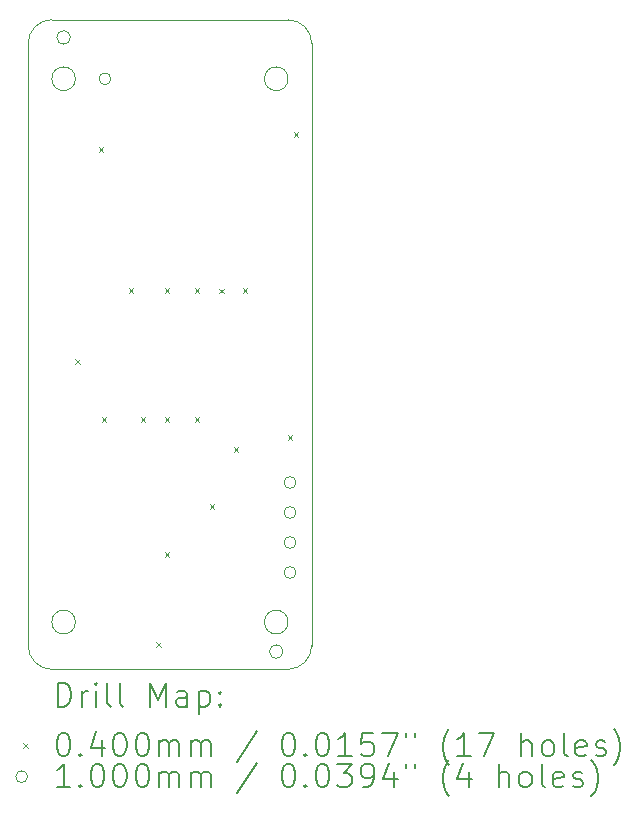
<source format=gbr>
%FSLAX45Y45*%
G04 Gerber Fmt 4.5, Leading zero omitted, Abs format (unit mm)*
G04 Created by KiCad (PCBNEW (6.0.5)) date 2022-05-11 01:06:50*
%MOMM*%
%LPD*%
G01*
G04 APERTURE LIST*
%TA.AperFunction,Profile*%
%ADD10C,0.100000*%
%TD*%
%ADD11C,0.200000*%
%ADD12C,0.040000*%
%ADD13C,0.100000*%
G04 APERTURE END LIST*
D10*
X10357600Y-10150000D02*
G75*
G03*
X10357600Y-10150000I-57600J0D01*
G01*
X12157600Y-15350000D02*
G75*
G03*
X12157600Y-15350000I-57600J0D01*
G01*
X10200000Y-15500000D02*
X12200000Y-15500000D01*
X10700000Y-10500000D02*
G75*
G03*
X10700000Y-10500000I-50000J0D01*
G01*
X12200000Y-10500000D02*
G75*
G03*
X12200000Y-10500000I-100000J0D01*
G01*
X12400000Y-10200000D02*
X12400000Y-15300000D01*
X10400000Y-15100000D02*
G75*
G03*
X10400000Y-15100000I-100000J0D01*
G01*
X12200000Y-15500000D02*
G75*
G03*
X12400000Y-15300000I0J200000D01*
G01*
X10200000Y-10000000D02*
G75*
G03*
X10000000Y-10200000I0J-200000D01*
G01*
X10000000Y-15300000D02*
G75*
G03*
X10200000Y-15500000I200000J0D01*
G01*
X12400000Y-10200000D02*
G75*
G03*
X12200000Y-10000000I-200000J0D01*
G01*
X10400000Y-10500000D02*
G75*
G03*
X10400000Y-10500000I-100000J0D01*
G01*
X10200000Y-10000000D02*
X12200000Y-10000000D01*
X12200000Y-15100000D02*
G75*
G03*
X12200000Y-15100000I-100000J0D01*
G01*
X10000000Y-15300000D02*
X10000000Y-10200000D01*
D11*
D12*
X10400600Y-12876600D02*
X10440600Y-12916600D01*
X10440600Y-12876600D02*
X10400600Y-12916600D01*
X10597200Y-11079800D02*
X10637200Y-11119800D01*
X10637200Y-11079800D02*
X10597200Y-11119800D01*
X10622600Y-13365800D02*
X10662600Y-13405800D01*
X10662600Y-13365800D02*
X10622600Y-13405800D01*
X10851200Y-12273600D02*
X10891200Y-12313600D01*
X10891200Y-12273600D02*
X10851200Y-12313600D01*
X10952800Y-13365800D02*
X10992800Y-13405800D01*
X10992800Y-13365800D02*
X10952800Y-13405800D01*
X11081400Y-15269200D02*
X11121400Y-15309200D01*
X11121400Y-15269200D02*
X11081400Y-15309200D01*
X11154600Y-14507400D02*
X11194600Y-14547400D01*
X11194600Y-14507400D02*
X11154600Y-14547400D01*
X11156000Y-12273600D02*
X11196000Y-12313600D01*
X11196000Y-12273600D02*
X11156000Y-12313600D01*
X11156000Y-13365800D02*
X11196000Y-13405800D01*
X11196000Y-13365800D02*
X11156000Y-13405800D01*
X11410000Y-12273600D02*
X11450000Y-12313600D01*
X11450000Y-12273600D02*
X11410000Y-12313600D01*
X11410000Y-13365800D02*
X11450000Y-13405800D01*
X11450000Y-13365800D02*
X11410000Y-13405800D01*
X11537000Y-14102400D02*
X11577000Y-14142400D01*
X11577000Y-14102400D02*
X11537000Y-14142400D01*
X11617500Y-12277900D02*
X11657500Y-12317900D01*
X11657500Y-12277900D02*
X11617500Y-12317900D01*
X11740200Y-13619800D02*
X11780200Y-13659800D01*
X11780200Y-13619800D02*
X11740200Y-13659800D01*
X11816400Y-12273600D02*
X11856400Y-12313600D01*
X11856400Y-12273600D02*
X11816400Y-12313600D01*
X12197400Y-13518200D02*
X12237400Y-13558200D01*
X12237400Y-13518200D02*
X12197400Y-13558200D01*
X12248200Y-10952800D02*
X12288200Y-10992800D01*
X12288200Y-10952800D02*
X12248200Y-10992800D01*
D13*
X12267400Y-13918200D02*
G75*
G03*
X12267400Y-13918200I-50000J0D01*
G01*
X12267400Y-14172200D02*
G75*
G03*
X12267400Y-14172200I-50000J0D01*
G01*
X12267400Y-14426200D02*
G75*
G03*
X12267400Y-14426200I-50000J0D01*
G01*
X12267400Y-14680200D02*
G75*
G03*
X12267400Y-14680200I-50000J0D01*
G01*
D11*
X10252619Y-15815476D02*
X10252619Y-15615476D01*
X10300238Y-15615476D01*
X10328810Y-15625000D01*
X10347857Y-15644048D01*
X10357381Y-15663095D01*
X10366905Y-15701190D01*
X10366905Y-15729762D01*
X10357381Y-15767857D01*
X10347857Y-15786905D01*
X10328810Y-15805952D01*
X10300238Y-15815476D01*
X10252619Y-15815476D01*
X10452619Y-15815476D02*
X10452619Y-15682143D01*
X10452619Y-15720238D02*
X10462143Y-15701190D01*
X10471667Y-15691667D01*
X10490714Y-15682143D01*
X10509762Y-15682143D01*
X10576429Y-15815476D02*
X10576429Y-15682143D01*
X10576429Y-15615476D02*
X10566905Y-15625000D01*
X10576429Y-15634524D01*
X10585952Y-15625000D01*
X10576429Y-15615476D01*
X10576429Y-15634524D01*
X10700238Y-15815476D02*
X10681190Y-15805952D01*
X10671667Y-15786905D01*
X10671667Y-15615476D01*
X10805000Y-15815476D02*
X10785952Y-15805952D01*
X10776429Y-15786905D01*
X10776429Y-15615476D01*
X11033571Y-15815476D02*
X11033571Y-15615476D01*
X11100238Y-15758333D01*
X11166905Y-15615476D01*
X11166905Y-15815476D01*
X11347857Y-15815476D02*
X11347857Y-15710714D01*
X11338333Y-15691667D01*
X11319286Y-15682143D01*
X11281190Y-15682143D01*
X11262143Y-15691667D01*
X11347857Y-15805952D02*
X11328809Y-15815476D01*
X11281190Y-15815476D01*
X11262143Y-15805952D01*
X11252619Y-15786905D01*
X11252619Y-15767857D01*
X11262143Y-15748809D01*
X11281190Y-15739286D01*
X11328809Y-15739286D01*
X11347857Y-15729762D01*
X11443095Y-15682143D02*
X11443095Y-15882143D01*
X11443095Y-15691667D02*
X11462143Y-15682143D01*
X11500238Y-15682143D01*
X11519286Y-15691667D01*
X11528809Y-15701190D01*
X11538333Y-15720238D01*
X11538333Y-15777381D01*
X11528809Y-15796428D01*
X11519286Y-15805952D01*
X11500238Y-15815476D01*
X11462143Y-15815476D01*
X11443095Y-15805952D01*
X11624048Y-15796428D02*
X11633571Y-15805952D01*
X11624048Y-15815476D01*
X11614524Y-15805952D01*
X11624048Y-15796428D01*
X11624048Y-15815476D01*
X11624048Y-15691667D02*
X11633571Y-15701190D01*
X11624048Y-15710714D01*
X11614524Y-15701190D01*
X11624048Y-15691667D01*
X11624048Y-15710714D01*
D12*
X9955000Y-16125000D02*
X9995000Y-16165000D01*
X9995000Y-16125000D02*
X9955000Y-16165000D01*
D11*
X10290714Y-16035476D02*
X10309762Y-16035476D01*
X10328810Y-16045000D01*
X10338333Y-16054524D01*
X10347857Y-16073571D01*
X10357381Y-16111667D01*
X10357381Y-16159286D01*
X10347857Y-16197381D01*
X10338333Y-16216428D01*
X10328810Y-16225952D01*
X10309762Y-16235476D01*
X10290714Y-16235476D01*
X10271667Y-16225952D01*
X10262143Y-16216428D01*
X10252619Y-16197381D01*
X10243095Y-16159286D01*
X10243095Y-16111667D01*
X10252619Y-16073571D01*
X10262143Y-16054524D01*
X10271667Y-16045000D01*
X10290714Y-16035476D01*
X10443095Y-16216428D02*
X10452619Y-16225952D01*
X10443095Y-16235476D01*
X10433571Y-16225952D01*
X10443095Y-16216428D01*
X10443095Y-16235476D01*
X10624048Y-16102143D02*
X10624048Y-16235476D01*
X10576429Y-16025952D02*
X10528810Y-16168809D01*
X10652619Y-16168809D01*
X10766905Y-16035476D02*
X10785952Y-16035476D01*
X10805000Y-16045000D01*
X10814524Y-16054524D01*
X10824048Y-16073571D01*
X10833571Y-16111667D01*
X10833571Y-16159286D01*
X10824048Y-16197381D01*
X10814524Y-16216428D01*
X10805000Y-16225952D01*
X10785952Y-16235476D01*
X10766905Y-16235476D01*
X10747857Y-16225952D01*
X10738333Y-16216428D01*
X10728810Y-16197381D01*
X10719286Y-16159286D01*
X10719286Y-16111667D01*
X10728810Y-16073571D01*
X10738333Y-16054524D01*
X10747857Y-16045000D01*
X10766905Y-16035476D01*
X10957381Y-16035476D02*
X10976429Y-16035476D01*
X10995476Y-16045000D01*
X11005000Y-16054524D01*
X11014524Y-16073571D01*
X11024048Y-16111667D01*
X11024048Y-16159286D01*
X11014524Y-16197381D01*
X11005000Y-16216428D01*
X10995476Y-16225952D01*
X10976429Y-16235476D01*
X10957381Y-16235476D01*
X10938333Y-16225952D01*
X10928810Y-16216428D01*
X10919286Y-16197381D01*
X10909762Y-16159286D01*
X10909762Y-16111667D01*
X10919286Y-16073571D01*
X10928810Y-16054524D01*
X10938333Y-16045000D01*
X10957381Y-16035476D01*
X11109762Y-16235476D02*
X11109762Y-16102143D01*
X11109762Y-16121190D02*
X11119286Y-16111667D01*
X11138333Y-16102143D01*
X11166905Y-16102143D01*
X11185952Y-16111667D01*
X11195476Y-16130714D01*
X11195476Y-16235476D01*
X11195476Y-16130714D02*
X11205000Y-16111667D01*
X11224048Y-16102143D01*
X11252619Y-16102143D01*
X11271667Y-16111667D01*
X11281190Y-16130714D01*
X11281190Y-16235476D01*
X11376428Y-16235476D02*
X11376428Y-16102143D01*
X11376428Y-16121190D02*
X11385952Y-16111667D01*
X11405000Y-16102143D01*
X11433571Y-16102143D01*
X11452619Y-16111667D01*
X11462143Y-16130714D01*
X11462143Y-16235476D01*
X11462143Y-16130714D02*
X11471667Y-16111667D01*
X11490714Y-16102143D01*
X11519286Y-16102143D01*
X11538333Y-16111667D01*
X11547857Y-16130714D01*
X11547857Y-16235476D01*
X11938333Y-16025952D02*
X11766905Y-16283095D01*
X12195476Y-16035476D02*
X12214524Y-16035476D01*
X12233571Y-16045000D01*
X12243095Y-16054524D01*
X12252619Y-16073571D01*
X12262143Y-16111667D01*
X12262143Y-16159286D01*
X12252619Y-16197381D01*
X12243095Y-16216428D01*
X12233571Y-16225952D01*
X12214524Y-16235476D01*
X12195476Y-16235476D01*
X12176428Y-16225952D01*
X12166905Y-16216428D01*
X12157381Y-16197381D01*
X12147857Y-16159286D01*
X12147857Y-16111667D01*
X12157381Y-16073571D01*
X12166905Y-16054524D01*
X12176428Y-16045000D01*
X12195476Y-16035476D01*
X12347857Y-16216428D02*
X12357381Y-16225952D01*
X12347857Y-16235476D01*
X12338333Y-16225952D01*
X12347857Y-16216428D01*
X12347857Y-16235476D01*
X12481190Y-16035476D02*
X12500238Y-16035476D01*
X12519286Y-16045000D01*
X12528809Y-16054524D01*
X12538333Y-16073571D01*
X12547857Y-16111667D01*
X12547857Y-16159286D01*
X12538333Y-16197381D01*
X12528809Y-16216428D01*
X12519286Y-16225952D01*
X12500238Y-16235476D01*
X12481190Y-16235476D01*
X12462143Y-16225952D01*
X12452619Y-16216428D01*
X12443095Y-16197381D01*
X12433571Y-16159286D01*
X12433571Y-16111667D01*
X12443095Y-16073571D01*
X12452619Y-16054524D01*
X12462143Y-16045000D01*
X12481190Y-16035476D01*
X12738333Y-16235476D02*
X12624048Y-16235476D01*
X12681190Y-16235476D02*
X12681190Y-16035476D01*
X12662143Y-16064048D01*
X12643095Y-16083095D01*
X12624048Y-16092619D01*
X12919286Y-16035476D02*
X12824048Y-16035476D01*
X12814524Y-16130714D01*
X12824048Y-16121190D01*
X12843095Y-16111667D01*
X12890714Y-16111667D01*
X12909762Y-16121190D01*
X12919286Y-16130714D01*
X12928809Y-16149762D01*
X12928809Y-16197381D01*
X12919286Y-16216428D01*
X12909762Y-16225952D01*
X12890714Y-16235476D01*
X12843095Y-16235476D01*
X12824048Y-16225952D01*
X12814524Y-16216428D01*
X12995476Y-16035476D02*
X13128809Y-16035476D01*
X13043095Y-16235476D01*
X13195476Y-16035476D02*
X13195476Y-16073571D01*
X13271667Y-16035476D02*
X13271667Y-16073571D01*
X13566905Y-16311667D02*
X13557381Y-16302143D01*
X13538333Y-16273571D01*
X13528809Y-16254524D01*
X13519286Y-16225952D01*
X13509762Y-16178333D01*
X13509762Y-16140238D01*
X13519286Y-16092619D01*
X13528809Y-16064048D01*
X13538333Y-16045000D01*
X13557381Y-16016428D01*
X13566905Y-16006905D01*
X13747857Y-16235476D02*
X13633571Y-16235476D01*
X13690714Y-16235476D02*
X13690714Y-16035476D01*
X13671667Y-16064048D01*
X13652619Y-16083095D01*
X13633571Y-16092619D01*
X13814524Y-16035476D02*
X13947857Y-16035476D01*
X13862143Y-16235476D01*
X14176428Y-16235476D02*
X14176428Y-16035476D01*
X14262143Y-16235476D02*
X14262143Y-16130714D01*
X14252619Y-16111667D01*
X14233571Y-16102143D01*
X14205000Y-16102143D01*
X14185952Y-16111667D01*
X14176428Y-16121190D01*
X14385952Y-16235476D02*
X14366905Y-16225952D01*
X14357381Y-16216428D01*
X14347857Y-16197381D01*
X14347857Y-16140238D01*
X14357381Y-16121190D01*
X14366905Y-16111667D01*
X14385952Y-16102143D01*
X14414524Y-16102143D01*
X14433571Y-16111667D01*
X14443095Y-16121190D01*
X14452619Y-16140238D01*
X14452619Y-16197381D01*
X14443095Y-16216428D01*
X14433571Y-16225952D01*
X14414524Y-16235476D01*
X14385952Y-16235476D01*
X14566905Y-16235476D02*
X14547857Y-16225952D01*
X14538333Y-16206905D01*
X14538333Y-16035476D01*
X14719286Y-16225952D02*
X14700238Y-16235476D01*
X14662143Y-16235476D01*
X14643095Y-16225952D01*
X14633571Y-16206905D01*
X14633571Y-16130714D01*
X14643095Y-16111667D01*
X14662143Y-16102143D01*
X14700238Y-16102143D01*
X14719286Y-16111667D01*
X14728809Y-16130714D01*
X14728809Y-16149762D01*
X14633571Y-16168809D01*
X14805000Y-16225952D02*
X14824048Y-16235476D01*
X14862143Y-16235476D01*
X14881190Y-16225952D01*
X14890714Y-16206905D01*
X14890714Y-16197381D01*
X14881190Y-16178333D01*
X14862143Y-16168809D01*
X14833571Y-16168809D01*
X14814524Y-16159286D01*
X14805000Y-16140238D01*
X14805000Y-16130714D01*
X14814524Y-16111667D01*
X14833571Y-16102143D01*
X14862143Y-16102143D01*
X14881190Y-16111667D01*
X14957381Y-16311667D02*
X14966905Y-16302143D01*
X14985952Y-16273571D01*
X14995476Y-16254524D01*
X15005000Y-16225952D01*
X15014524Y-16178333D01*
X15014524Y-16140238D01*
X15005000Y-16092619D01*
X14995476Y-16064048D01*
X14985952Y-16045000D01*
X14966905Y-16016428D01*
X14957381Y-16006905D01*
D13*
X9995000Y-16409000D02*
G75*
G03*
X9995000Y-16409000I-50000J0D01*
G01*
D11*
X10357381Y-16499476D02*
X10243095Y-16499476D01*
X10300238Y-16499476D02*
X10300238Y-16299476D01*
X10281190Y-16328048D01*
X10262143Y-16347095D01*
X10243095Y-16356619D01*
X10443095Y-16480428D02*
X10452619Y-16489952D01*
X10443095Y-16499476D01*
X10433571Y-16489952D01*
X10443095Y-16480428D01*
X10443095Y-16499476D01*
X10576429Y-16299476D02*
X10595476Y-16299476D01*
X10614524Y-16309000D01*
X10624048Y-16318524D01*
X10633571Y-16337571D01*
X10643095Y-16375667D01*
X10643095Y-16423286D01*
X10633571Y-16461381D01*
X10624048Y-16480428D01*
X10614524Y-16489952D01*
X10595476Y-16499476D01*
X10576429Y-16499476D01*
X10557381Y-16489952D01*
X10547857Y-16480428D01*
X10538333Y-16461381D01*
X10528810Y-16423286D01*
X10528810Y-16375667D01*
X10538333Y-16337571D01*
X10547857Y-16318524D01*
X10557381Y-16309000D01*
X10576429Y-16299476D01*
X10766905Y-16299476D02*
X10785952Y-16299476D01*
X10805000Y-16309000D01*
X10814524Y-16318524D01*
X10824048Y-16337571D01*
X10833571Y-16375667D01*
X10833571Y-16423286D01*
X10824048Y-16461381D01*
X10814524Y-16480428D01*
X10805000Y-16489952D01*
X10785952Y-16499476D01*
X10766905Y-16499476D01*
X10747857Y-16489952D01*
X10738333Y-16480428D01*
X10728810Y-16461381D01*
X10719286Y-16423286D01*
X10719286Y-16375667D01*
X10728810Y-16337571D01*
X10738333Y-16318524D01*
X10747857Y-16309000D01*
X10766905Y-16299476D01*
X10957381Y-16299476D02*
X10976429Y-16299476D01*
X10995476Y-16309000D01*
X11005000Y-16318524D01*
X11014524Y-16337571D01*
X11024048Y-16375667D01*
X11024048Y-16423286D01*
X11014524Y-16461381D01*
X11005000Y-16480428D01*
X10995476Y-16489952D01*
X10976429Y-16499476D01*
X10957381Y-16499476D01*
X10938333Y-16489952D01*
X10928810Y-16480428D01*
X10919286Y-16461381D01*
X10909762Y-16423286D01*
X10909762Y-16375667D01*
X10919286Y-16337571D01*
X10928810Y-16318524D01*
X10938333Y-16309000D01*
X10957381Y-16299476D01*
X11109762Y-16499476D02*
X11109762Y-16366143D01*
X11109762Y-16385190D02*
X11119286Y-16375667D01*
X11138333Y-16366143D01*
X11166905Y-16366143D01*
X11185952Y-16375667D01*
X11195476Y-16394714D01*
X11195476Y-16499476D01*
X11195476Y-16394714D02*
X11205000Y-16375667D01*
X11224048Y-16366143D01*
X11252619Y-16366143D01*
X11271667Y-16375667D01*
X11281190Y-16394714D01*
X11281190Y-16499476D01*
X11376428Y-16499476D02*
X11376428Y-16366143D01*
X11376428Y-16385190D02*
X11385952Y-16375667D01*
X11405000Y-16366143D01*
X11433571Y-16366143D01*
X11452619Y-16375667D01*
X11462143Y-16394714D01*
X11462143Y-16499476D01*
X11462143Y-16394714D02*
X11471667Y-16375667D01*
X11490714Y-16366143D01*
X11519286Y-16366143D01*
X11538333Y-16375667D01*
X11547857Y-16394714D01*
X11547857Y-16499476D01*
X11938333Y-16289952D02*
X11766905Y-16547095D01*
X12195476Y-16299476D02*
X12214524Y-16299476D01*
X12233571Y-16309000D01*
X12243095Y-16318524D01*
X12252619Y-16337571D01*
X12262143Y-16375667D01*
X12262143Y-16423286D01*
X12252619Y-16461381D01*
X12243095Y-16480428D01*
X12233571Y-16489952D01*
X12214524Y-16499476D01*
X12195476Y-16499476D01*
X12176428Y-16489952D01*
X12166905Y-16480428D01*
X12157381Y-16461381D01*
X12147857Y-16423286D01*
X12147857Y-16375667D01*
X12157381Y-16337571D01*
X12166905Y-16318524D01*
X12176428Y-16309000D01*
X12195476Y-16299476D01*
X12347857Y-16480428D02*
X12357381Y-16489952D01*
X12347857Y-16499476D01*
X12338333Y-16489952D01*
X12347857Y-16480428D01*
X12347857Y-16499476D01*
X12481190Y-16299476D02*
X12500238Y-16299476D01*
X12519286Y-16309000D01*
X12528809Y-16318524D01*
X12538333Y-16337571D01*
X12547857Y-16375667D01*
X12547857Y-16423286D01*
X12538333Y-16461381D01*
X12528809Y-16480428D01*
X12519286Y-16489952D01*
X12500238Y-16499476D01*
X12481190Y-16499476D01*
X12462143Y-16489952D01*
X12452619Y-16480428D01*
X12443095Y-16461381D01*
X12433571Y-16423286D01*
X12433571Y-16375667D01*
X12443095Y-16337571D01*
X12452619Y-16318524D01*
X12462143Y-16309000D01*
X12481190Y-16299476D01*
X12614524Y-16299476D02*
X12738333Y-16299476D01*
X12671667Y-16375667D01*
X12700238Y-16375667D01*
X12719286Y-16385190D01*
X12728809Y-16394714D01*
X12738333Y-16413762D01*
X12738333Y-16461381D01*
X12728809Y-16480428D01*
X12719286Y-16489952D01*
X12700238Y-16499476D01*
X12643095Y-16499476D01*
X12624048Y-16489952D01*
X12614524Y-16480428D01*
X12833571Y-16499476D02*
X12871667Y-16499476D01*
X12890714Y-16489952D01*
X12900238Y-16480428D01*
X12919286Y-16451857D01*
X12928809Y-16413762D01*
X12928809Y-16337571D01*
X12919286Y-16318524D01*
X12909762Y-16309000D01*
X12890714Y-16299476D01*
X12852619Y-16299476D01*
X12833571Y-16309000D01*
X12824048Y-16318524D01*
X12814524Y-16337571D01*
X12814524Y-16385190D01*
X12824048Y-16404238D01*
X12833571Y-16413762D01*
X12852619Y-16423286D01*
X12890714Y-16423286D01*
X12909762Y-16413762D01*
X12919286Y-16404238D01*
X12928809Y-16385190D01*
X13100238Y-16366143D02*
X13100238Y-16499476D01*
X13052619Y-16289952D02*
X13005000Y-16432809D01*
X13128809Y-16432809D01*
X13195476Y-16299476D02*
X13195476Y-16337571D01*
X13271667Y-16299476D02*
X13271667Y-16337571D01*
X13566905Y-16575667D02*
X13557381Y-16566143D01*
X13538333Y-16537571D01*
X13528809Y-16518524D01*
X13519286Y-16489952D01*
X13509762Y-16442333D01*
X13509762Y-16404238D01*
X13519286Y-16356619D01*
X13528809Y-16328048D01*
X13538333Y-16309000D01*
X13557381Y-16280428D01*
X13566905Y-16270905D01*
X13728809Y-16366143D02*
X13728809Y-16499476D01*
X13681190Y-16289952D02*
X13633571Y-16432809D01*
X13757381Y-16432809D01*
X13985952Y-16499476D02*
X13985952Y-16299476D01*
X14071667Y-16499476D02*
X14071667Y-16394714D01*
X14062143Y-16375667D01*
X14043095Y-16366143D01*
X14014524Y-16366143D01*
X13995476Y-16375667D01*
X13985952Y-16385190D01*
X14195476Y-16499476D02*
X14176428Y-16489952D01*
X14166905Y-16480428D01*
X14157381Y-16461381D01*
X14157381Y-16404238D01*
X14166905Y-16385190D01*
X14176428Y-16375667D01*
X14195476Y-16366143D01*
X14224048Y-16366143D01*
X14243095Y-16375667D01*
X14252619Y-16385190D01*
X14262143Y-16404238D01*
X14262143Y-16461381D01*
X14252619Y-16480428D01*
X14243095Y-16489952D01*
X14224048Y-16499476D01*
X14195476Y-16499476D01*
X14376428Y-16499476D02*
X14357381Y-16489952D01*
X14347857Y-16470905D01*
X14347857Y-16299476D01*
X14528809Y-16489952D02*
X14509762Y-16499476D01*
X14471667Y-16499476D01*
X14452619Y-16489952D01*
X14443095Y-16470905D01*
X14443095Y-16394714D01*
X14452619Y-16375667D01*
X14471667Y-16366143D01*
X14509762Y-16366143D01*
X14528809Y-16375667D01*
X14538333Y-16394714D01*
X14538333Y-16413762D01*
X14443095Y-16432809D01*
X14614524Y-16489952D02*
X14633571Y-16499476D01*
X14671667Y-16499476D01*
X14690714Y-16489952D01*
X14700238Y-16470905D01*
X14700238Y-16461381D01*
X14690714Y-16442333D01*
X14671667Y-16432809D01*
X14643095Y-16432809D01*
X14624048Y-16423286D01*
X14614524Y-16404238D01*
X14614524Y-16394714D01*
X14624048Y-16375667D01*
X14643095Y-16366143D01*
X14671667Y-16366143D01*
X14690714Y-16375667D01*
X14766905Y-16575667D02*
X14776428Y-16566143D01*
X14795476Y-16537571D01*
X14805000Y-16518524D01*
X14814524Y-16489952D01*
X14824048Y-16442333D01*
X14824048Y-16404238D01*
X14814524Y-16356619D01*
X14805000Y-16328048D01*
X14795476Y-16309000D01*
X14776428Y-16280428D01*
X14766905Y-16270905D01*
M02*

</source>
